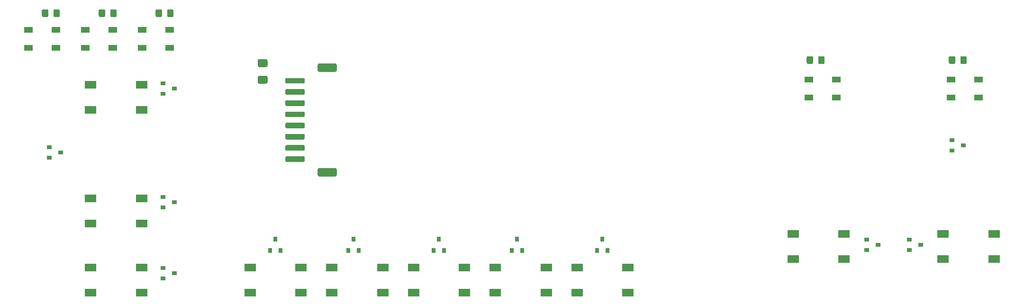
<source format=gbr>
%TF.GenerationSoftware,KiCad,Pcbnew,(5.1.6-0-10_14)*%
%TF.CreationDate,2020-10-26T15:40:05+01:00*%
%TF.ProjectId,GenericEPaperRemote,47656e65-7269-4634-9550-617065725265,rev?*%
%TF.SameCoordinates,Original*%
%TF.FileFunction,Paste,Top*%
%TF.FilePolarity,Positive*%
%FSLAX46Y46*%
G04 Gerber Fmt 4.6, Leading zero omitted, Abs format (unit mm)*
G04 Created by KiCad (PCBNEW (5.1.6-0-10_14)) date 2020-10-26 15:40:05*
%MOMM*%
%LPD*%
G01*
G04 APERTURE LIST*
%ADD10R,0.900000X0.800000*%
%ADD11R,2.100000X1.400000*%
%ADD12R,1.500000X1.000000*%
%ADD13R,0.800000X0.900000*%
G04 APERTURE END LIST*
D10*
%TO.C,D30*%
X93710000Y-110490000D03*
X91710000Y-111440000D03*
X91710000Y-109540000D03*
%TD*%
%TO.C,J1*%
G36*
G01*
X142780000Y-96080000D02*
X139880000Y-96080000D01*
G75*
G02*
X139630000Y-95830000I0J250000D01*
G01*
X139630000Y-94830000D01*
G75*
G02*
X139880000Y-94580000I250000J0D01*
G01*
X142780000Y-94580000D01*
G75*
G02*
X143030000Y-94830000I0J-250000D01*
G01*
X143030000Y-95830000D01*
G75*
G02*
X142780000Y-96080000I-250000J0D01*
G01*
G37*
G36*
G01*
X142780000Y-114780000D02*
X139880000Y-114780000D01*
G75*
G02*
X139630000Y-114530000I0J250000D01*
G01*
X139630000Y-113530000D01*
G75*
G02*
X139880000Y-113280000I250000J0D01*
G01*
X142780000Y-113280000D01*
G75*
G02*
X143030000Y-113530000I0J-250000D01*
G01*
X143030000Y-114530000D01*
G75*
G02*
X142780000Y-114780000I-250000J0D01*
G01*
G37*
G36*
G01*
X137080000Y-98180000D02*
X134080000Y-98180000D01*
G75*
G02*
X133830000Y-97930000I0J250000D01*
G01*
X133830000Y-97430000D01*
G75*
G02*
X134080000Y-97180000I250000J0D01*
G01*
X137080000Y-97180000D01*
G75*
G02*
X137330000Y-97430000I0J-250000D01*
G01*
X137330000Y-97930000D01*
G75*
G02*
X137080000Y-98180000I-250000J0D01*
G01*
G37*
G36*
G01*
X137080000Y-100180000D02*
X134080000Y-100180000D01*
G75*
G02*
X133830000Y-99930000I0J250000D01*
G01*
X133830000Y-99430000D01*
G75*
G02*
X134080000Y-99180000I250000J0D01*
G01*
X137080000Y-99180000D01*
G75*
G02*
X137330000Y-99430000I0J-250000D01*
G01*
X137330000Y-99930000D01*
G75*
G02*
X137080000Y-100180000I-250000J0D01*
G01*
G37*
G36*
G01*
X137080000Y-102180000D02*
X134080000Y-102180000D01*
G75*
G02*
X133830000Y-101930000I0J250000D01*
G01*
X133830000Y-101430000D01*
G75*
G02*
X134080000Y-101180000I250000J0D01*
G01*
X137080000Y-101180000D01*
G75*
G02*
X137330000Y-101430000I0J-250000D01*
G01*
X137330000Y-101930000D01*
G75*
G02*
X137080000Y-102180000I-250000J0D01*
G01*
G37*
G36*
G01*
X137080000Y-104180000D02*
X134080000Y-104180000D01*
G75*
G02*
X133830000Y-103930000I0J250000D01*
G01*
X133830000Y-103430000D01*
G75*
G02*
X134080000Y-103180000I250000J0D01*
G01*
X137080000Y-103180000D01*
G75*
G02*
X137330000Y-103430000I0J-250000D01*
G01*
X137330000Y-103930000D01*
G75*
G02*
X137080000Y-104180000I-250000J0D01*
G01*
G37*
G36*
G01*
X137080000Y-106180000D02*
X134080000Y-106180000D01*
G75*
G02*
X133830000Y-105930000I0J250000D01*
G01*
X133830000Y-105430000D01*
G75*
G02*
X134080000Y-105180000I250000J0D01*
G01*
X137080000Y-105180000D01*
G75*
G02*
X137330000Y-105430000I0J-250000D01*
G01*
X137330000Y-105930000D01*
G75*
G02*
X137080000Y-106180000I-250000J0D01*
G01*
G37*
G36*
G01*
X137080000Y-108180000D02*
X134080000Y-108180000D01*
G75*
G02*
X133830000Y-107930000I0J250000D01*
G01*
X133830000Y-107430000D01*
G75*
G02*
X134080000Y-107180000I250000J0D01*
G01*
X137080000Y-107180000D01*
G75*
G02*
X137330000Y-107430000I0J-250000D01*
G01*
X137330000Y-107930000D01*
G75*
G02*
X137080000Y-108180000I-250000J0D01*
G01*
G37*
G36*
G01*
X137080000Y-110180000D02*
X134080000Y-110180000D01*
G75*
G02*
X133830000Y-109930000I0J250000D01*
G01*
X133830000Y-109430000D01*
G75*
G02*
X134080000Y-109180000I250000J0D01*
G01*
X137080000Y-109180000D01*
G75*
G02*
X137330000Y-109430000I0J-250000D01*
G01*
X137330000Y-109930000D01*
G75*
G02*
X137080000Y-110180000I-250000J0D01*
G01*
G37*
G36*
G01*
X137080000Y-112180000D02*
X134080000Y-112180000D01*
G75*
G02*
X133830000Y-111930000I0J250000D01*
G01*
X133830000Y-111430000D01*
G75*
G02*
X134080000Y-111180000I250000J0D01*
G01*
X137080000Y-111180000D01*
G75*
G02*
X137330000Y-111430000I0J-250000D01*
G01*
X137330000Y-111930000D01*
G75*
G02*
X137080000Y-112180000I-250000J0D01*
G01*
G37*
%TD*%
D11*
%TO.C,SW10*%
X251380000Y-125040000D03*
X251380000Y-129540000D03*
X260480000Y-129540000D03*
X260480000Y-125040000D03*
%TD*%
%TO.C,SW9*%
X224580000Y-125040000D03*
X224580000Y-129540000D03*
X233680000Y-129540000D03*
X233680000Y-125040000D03*
%TD*%
%TO.C,SW8*%
X185950000Y-131100000D03*
X185950000Y-135600000D03*
X195050000Y-135600000D03*
X195050000Y-131100000D03*
%TD*%
%TO.C,SW7*%
X171345000Y-131100000D03*
X171345000Y-135600000D03*
X180445000Y-135600000D03*
X180445000Y-131100000D03*
%TD*%
%TO.C,SW6*%
X156740000Y-131100000D03*
X156740000Y-135600000D03*
X165840000Y-135600000D03*
X165840000Y-131100000D03*
%TD*%
%TO.C,SW5*%
X142135000Y-131100000D03*
X142135000Y-135600000D03*
X151235000Y-135600000D03*
X151235000Y-131100000D03*
%TD*%
%TO.C,SW4*%
X127530000Y-131100000D03*
X127530000Y-135600000D03*
X136630000Y-135600000D03*
X136630000Y-131100000D03*
%TD*%
%TO.C,SW3*%
X99060000Y-131100000D03*
X99060000Y-135600000D03*
X108160000Y-135600000D03*
X108160000Y-131100000D03*
%TD*%
%TO.C,SW2*%
X99060000Y-118690000D03*
X99060000Y-123190000D03*
X108160000Y-123190000D03*
X108160000Y-118690000D03*
%TD*%
%TO.C,SW1*%
X99060000Y-98370000D03*
X99060000Y-102870000D03*
X108160000Y-102870000D03*
X108160000Y-98370000D03*
%TD*%
D12*
%TO.C,D21*%
X108294000Y-88570000D03*
X108294000Y-91770000D03*
X113194000Y-88570000D03*
X113194000Y-91770000D03*
%TD*%
%TO.C,D20*%
X98134000Y-88570000D03*
X98134000Y-91770000D03*
X103034000Y-88570000D03*
X103034000Y-91770000D03*
%TD*%
%TO.C,D19*%
X87974000Y-88570000D03*
X87974000Y-91770000D03*
X92874000Y-88570000D03*
X92874000Y-91770000D03*
%TD*%
%TO.C,D18*%
X227420000Y-97460000D03*
X227420000Y-100660000D03*
X232320000Y-97460000D03*
X232320000Y-100660000D03*
%TD*%
%TO.C,D17*%
X252820000Y-97460000D03*
X252820000Y-100660000D03*
X257720000Y-97460000D03*
X257720000Y-100660000D03*
%TD*%
D10*
%TO.C,D11*%
X255000000Y-109220000D03*
X253000000Y-110170000D03*
X253000000Y-108270000D03*
%TD*%
%TO.C,D10*%
X247380000Y-127000000D03*
X245380000Y-127950000D03*
X245380000Y-126050000D03*
%TD*%
%TO.C,D9*%
X239760000Y-127000000D03*
X237760000Y-127950000D03*
X237760000Y-126050000D03*
%TD*%
D13*
%TO.C,D8*%
X190500000Y-126000000D03*
X191450000Y-128000000D03*
X189550000Y-128000000D03*
%TD*%
%TO.C,D7*%
X175260000Y-126000000D03*
X176210000Y-128000000D03*
X174310000Y-128000000D03*
%TD*%
%TO.C,D6*%
X161290000Y-126000000D03*
X162240000Y-128000000D03*
X160340000Y-128000000D03*
%TD*%
%TO.C,D5*%
X146050000Y-126000000D03*
X147000000Y-128000000D03*
X145100000Y-128000000D03*
%TD*%
%TO.C,D4*%
X132080000Y-126000000D03*
X133030000Y-128000000D03*
X131130000Y-128000000D03*
%TD*%
D10*
%TO.C,D3*%
X114030000Y-132080000D03*
X112030000Y-133030000D03*
X112030000Y-131130000D03*
%TD*%
%TO.C,D2*%
X114030000Y-119380000D03*
X112030000Y-120330000D03*
X112030000Y-118430000D03*
%TD*%
%TO.C,D1*%
X114030000Y-99060000D03*
X112030000Y-100010000D03*
X112030000Y-98110000D03*
%TD*%
%TO.C,C13*%
G36*
G01*
X112718000Y-86048001D02*
X112718000Y-85147999D01*
G75*
G02*
X112967999Y-84898000I249999J0D01*
G01*
X113618001Y-84898000D01*
G75*
G02*
X113868000Y-85147999I0J-249999D01*
G01*
X113868000Y-86048001D01*
G75*
G02*
X113618001Y-86298000I-249999J0D01*
G01*
X112967999Y-86298000D01*
G75*
G02*
X112718000Y-86048001I0J249999D01*
G01*
G37*
G36*
G01*
X110668000Y-86048001D02*
X110668000Y-85147999D01*
G75*
G02*
X110917999Y-84898000I249999J0D01*
G01*
X111568001Y-84898000D01*
G75*
G02*
X111818000Y-85147999I0J-249999D01*
G01*
X111818000Y-86048001D01*
G75*
G02*
X111568001Y-86298000I-249999J0D01*
G01*
X110917999Y-86298000D01*
G75*
G02*
X110668000Y-86048001I0J249999D01*
G01*
G37*
%TD*%
%TO.C,C12*%
G36*
G01*
X102558000Y-86048001D02*
X102558000Y-85147999D01*
G75*
G02*
X102807999Y-84898000I249999J0D01*
G01*
X103458001Y-84898000D01*
G75*
G02*
X103708000Y-85147999I0J-249999D01*
G01*
X103708000Y-86048001D01*
G75*
G02*
X103458001Y-86298000I-249999J0D01*
G01*
X102807999Y-86298000D01*
G75*
G02*
X102558000Y-86048001I0J249999D01*
G01*
G37*
G36*
G01*
X100508000Y-86048001D02*
X100508000Y-85147999D01*
G75*
G02*
X100757999Y-84898000I249999J0D01*
G01*
X101408001Y-84898000D01*
G75*
G02*
X101658000Y-85147999I0J-249999D01*
G01*
X101658000Y-86048001D01*
G75*
G02*
X101408001Y-86298000I-249999J0D01*
G01*
X100757999Y-86298000D01*
G75*
G02*
X100508000Y-86048001I0J249999D01*
G01*
G37*
%TD*%
%TO.C,C11*%
G36*
G01*
X92398000Y-86048001D02*
X92398000Y-85147999D01*
G75*
G02*
X92647999Y-84898000I249999J0D01*
G01*
X93298001Y-84898000D01*
G75*
G02*
X93548000Y-85147999I0J-249999D01*
G01*
X93548000Y-86048001D01*
G75*
G02*
X93298001Y-86298000I-249999J0D01*
G01*
X92647999Y-86298000D01*
G75*
G02*
X92398000Y-86048001I0J249999D01*
G01*
G37*
G36*
G01*
X90348000Y-86048001D02*
X90348000Y-85147999D01*
G75*
G02*
X90597999Y-84898000I249999J0D01*
G01*
X91248001Y-84898000D01*
G75*
G02*
X91498000Y-85147999I0J-249999D01*
G01*
X91498000Y-86048001D01*
G75*
G02*
X91248001Y-86298000I-249999J0D01*
G01*
X90597999Y-86298000D01*
G75*
G02*
X90348000Y-86048001I0J249999D01*
G01*
G37*
%TD*%
%TO.C,C10*%
G36*
G01*
X254450000Y-94430001D02*
X254450000Y-93529999D01*
G75*
G02*
X254699999Y-93280000I249999J0D01*
G01*
X255350001Y-93280000D01*
G75*
G02*
X255600000Y-93529999I0J-249999D01*
G01*
X255600000Y-94430001D01*
G75*
G02*
X255350001Y-94680000I-249999J0D01*
G01*
X254699999Y-94680000D01*
G75*
G02*
X254450000Y-94430001I0J249999D01*
G01*
G37*
G36*
G01*
X252400000Y-94430001D02*
X252400000Y-93529999D01*
G75*
G02*
X252649999Y-93280000I249999J0D01*
G01*
X253300001Y-93280000D01*
G75*
G02*
X253550000Y-93529999I0J-249999D01*
G01*
X253550000Y-94430001D01*
G75*
G02*
X253300001Y-94680000I-249999J0D01*
G01*
X252649999Y-94680000D01*
G75*
G02*
X252400000Y-94430001I0J249999D01*
G01*
G37*
%TD*%
%TO.C,C9*%
G36*
G01*
X229050000Y-94430001D02*
X229050000Y-93529999D01*
G75*
G02*
X229299999Y-93280000I249999J0D01*
G01*
X229950001Y-93280000D01*
G75*
G02*
X230200000Y-93529999I0J-249999D01*
G01*
X230200000Y-94430001D01*
G75*
G02*
X229950001Y-94680000I-249999J0D01*
G01*
X229299999Y-94680000D01*
G75*
G02*
X229050000Y-94430001I0J249999D01*
G01*
G37*
G36*
G01*
X227000000Y-94430001D02*
X227000000Y-93529999D01*
G75*
G02*
X227249999Y-93280000I249999J0D01*
G01*
X227900001Y-93280000D01*
G75*
G02*
X228150000Y-93529999I0J-249999D01*
G01*
X228150000Y-94430001D01*
G75*
G02*
X227900001Y-94680000I-249999J0D01*
G01*
X227249999Y-94680000D01*
G75*
G02*
X227000000Y-94430001I0J249999D01*
G01*
G37*
%TD*%
%TO.C,C4*%
G36*
G01*
X130419000Y-95237000D02*
X129169000Y-95237000D01*
G75*
G02*
X128919000Y-94987000I0J250000D01*
G01*
X128919000Y-94062000D01*
G75*
G02*
X129169000Y-93812000I250000J0D01*
G01*
X130419000Y-93812000D01*
G75*
G02*
X130669000Y-94062000I0J-250000D01*
G01*
X130669000Y-94987000D01*
G75*
G02*
X130419000Y-95237000I-250000J0D01*
G01*
G37*
G36*
G01*
X130419000Y-98212000D02*
X129169000Y-98212000D01*
G75*
G02*
X128919000Y-97962000I0J250000D01*
G01*
X128919000Y-97037000D01*
G75*
G02*
X129169000Y-96787000I250000J0D01*
G01*
X130419000Y-96787000D01*
G75*
G02*
X130669000Y-97037000I0J-250000D01*
G01*
X130669000Y-97962000D01*
G75*
G02*
X130419000Y-98212000I-250000J0D01*
G01*
G37*
%TD*%
M02*

</source>
